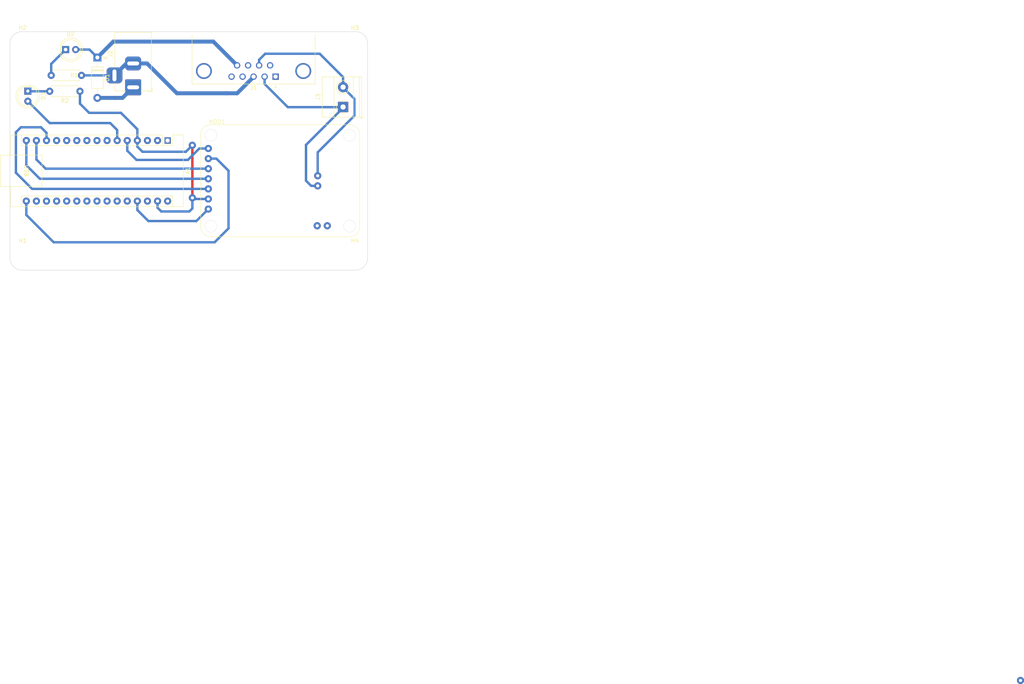
<source format=kicad_pcb>
(kicad_pcb (version 20240108) (generator "pcbnew") (generator_version "8.0")
  (layers (0 "F.Cu" signal) (31 "B.Cu" signal) (34 "B.Paste" user) (35 "F.Paste" user) (36 "B.SilkS" user "B.Silkscreen") (37 "F.SilkS" user "F.Silkscreen") (38 "B.Mask" user) (39 "F.Mask" user) (44 "Edge.Cuts" user))
  (net 0 "")
  (net 1 "GND")
  (net 2 "+5V")
  (net 3 "Net-(A1-D3)")
  (net 10 "Net-(A1-D11)")
  (net 16 "Net-(A1-D10)")
  (net 20 "Net-(A1-D13)")
  (net 28 "Net-(A1-D12)")
  (net 29 "/CAN_H")
  (net 30 "/CAN_L")
  (net 31 "24V-26V I{slash}P")
  (net 32 "Net-(D1-A)")
  (net 33 "Net-(D2-K)")
  (net 34 "Net-(D3-K)")
  (net 38 "GND1")
  (net 44 "Net-(A1-D2)")
  (footprint "Connector_BarrelJack:BarrelJack_Horizontal" (layer "F.Cu") (at 60.69988 47.76648 -90)
    (property "Reference" "J2" (at -8.45 5.75 90) (layer "F.SilkS"))
    (property "Value" "28V I/P SUPPLY")
    (fp_line (start -13.8 4.6) (end -13.8 -4.6) (stroke (width 0.12)) (layer "F.SilkS"))
    (fp_line (start -5 4.6) (end -13.8 4.6) (stroke (width 0.12)) (layer "F.SilkS"))
    (fp_line (start 0.9 4.6) (end -1 4.6) (stroke (width 0.12)) (layer "F.SilkS"))
    (fp_line (start 0.9 1.9) (end 0.9 4.6) (stroke (width 0.12)) (layer "F.SilkS"))
    (fp_line (start 1.1 -3.75) (end 1.1 -4.8) (stroke (width 0.12)) (layer "F.SilkS"))
    (fp_line (start -13.8 -4.6) (end 0.9 -4.6) (stroke (width 0.12)) (layer "F.SilkS"))
    (fp_line (start 0.9 -4.6) (end 0.9 -2) (stroke (width 0.12)) (layer "F.SilkS"))
    (fp_line (start 0.05 -4.8) (end 1.1 -4.8) (stroke (width 0.12)) (layer "F.SilkS"))
    (pad "1" thru_hole roundrect (at 0 0 270) (size 4 4) (drill oval 1 3) (layers "*.Cu" "*.Mask") (roundrect_rratio 0.0625) (net 32 "Net-(D1-A)"))
    (pad "2" thru_hole roundrect (at -6 0 270) (size 3.5 4) (drill oval 1 3) (layers "*.Cu" "*.Mask") (net 38 "GND1"))
    (pad "3" thru_hole roundrect (at -3 4.7 270) (size 4 4) (drill oval 3 1) (layers "*.Cu" "*.Mask") (net 38 "GND1"))
  )
  (footprint "Resistor_THT:R_Axial_DIN0207_L6.3mm_D2.5mm_P7.62mm_Horizontal" (layer "F.Cu") (at 47.31988 48.76648 180)
    (property "Reference" "R2" (at 3.81 -2.37 0) (layer "F.SilkS"))
    (property "Value" "220")
    (fp_line (start 7.08 1.37) (end 7.08 1.04) (stroke (width 0.12)) (layer "F.SilkS"))
    (fp_line (start 7.08 -1.37) (end 7.08 -1.04) (stroke (width 0.12)) (layer "F.SilkS"))
    (fp_line (start 0.54 1.37) (end 7.08 1.37) (stroke (width 0.12)) (layer "F.SilkS"))
    (fp_line (start 0.54 1.04) (end 0.54 1.37) (stroke (width 0.12)) (layer "F.SilkS"))
    (fp_line (start 0.54 -1.04) (end 0.54 -1.37) (stroke (width 0.12)) (layer "F.SilkS"))
    (fp_line (start 0.54 -1.37) (end 7.08 -1.37) (stroke (width 0.12)) (layer "F.SilkS"))
    (pad "1" thru_hole oval (at 0 0 180) (size 1.8 1.8) (drill 0.8) (layers "*.Cu" "*.Mask") (net 1 "GND"))
    (pad "2" thru_hole oval (at 7.62 0 180) (size 1.8 1.8) (drill 0.8) (layers "*.Cu" "*.Mask") (net 34 "Net-(D3-K)"))
  )
  (footprint "MountingHole:MountingHole_3.2mm_M3" (layer "F.Cu") (at 116.49988 36.96648)
    (property "Reference" "H3" (at 0 -4.2 0) (layer "F.SilkS"))
    (property "Value" "MountingHole")
    (pad "" np_thru_hole circle (at 0 0) (size 3.2 3.2) (drill 3.2) (layers "*.Cu" "*.Mask"))
  )
  (footprint "TerminalBlock_Phoenix:TerminalBlock_Phoenix_MKDS-1,5-2_1x02_P5.00mm_Horizontal" (layer "F.Cu") (at 113.52768 52.72148 90)
    (property "Reference" "J3" (at 2.5 -6.26 90) (layer "F.SilkS"))
    (property "Value" "Screw_Terminal_01x02")
    (fp_line (start 7.56 -5.261) (end 7.56 4.66) (stroke (width 0.12)) (layer "F.SilkS"))
    (fp_line (start -2.56 -5.261) (end 7.56 -5.261) (stroke (width 0.12)) (layer "F.SilkS"))
    (fp_line (start -2.56 -5.261) (end -2.56 4.66) (stroke (width 0.12)) (layer "F.SilkS"))
    (fp_line (start -2.56 -2.301) (end 7.56 -2.301) (stroke (width 0.12)) (layer "F.SilkS"))
    (fp_line (start 6.07 -1.275) (end 6.035 -1.239) (stroke (width 0.12)) (layer "F.SilkS"))
    (fp_line (start 6.275 -1.069) (end 6.228 -1.023) (stroke (width 0.12)) (layer "F.SilkS"))
    (fp_line (start 3.773 1.023) (end 3.726 1.069) (stroke (width 0.12)) (layer "F.SilkS"))
    (fp_line (start 3.966 1.239) (end 3.931 1.274) (stroke (width 0.12)) (layer "F.SilkS"))
    (fp_line (start -2.56 2.6) (end 7.56 2.6) (stroke (width 0.12)) (layer "F.SilkS"))
    (fp_line (start -2.56 4.1) (end 7.56 4.1) (stroke (width 0.12)) (layer "F.SilkS"))
    (fp_line (start -2.8 4.16) (end -2.8 4.9) (stroke (width 0.12)) (layer "F.SilkS"))
    (fp_line (start -2.56 4.66) (end 7.56 4.66) (stroke (width 0.12)) (layer "F.SilkS"))
    (fp_line (start -2.8 4.9) (end -2.3 4.9) (stroke (width 0.12)) (layer "F.SilkS"))
    (fp_arc (start -0.683042 -1.535427) (mid 0.000524 -1.680501) (end 0.684 -1.535) (stroke (width 0.12)) (layer "F.SilkS"))
    (fp_arc (start 1.535427 -0.683042) (mid 1.680501 0.000524) (end 1.535 0.684) (stroke (width 0.12)) (layer "F.SilkS"))
    (fp_arc (start -1.535427 0.683042) (mid -1.680501 -0.000524) (end -1.535 -0.684) (stroke (width 0.12)) (layer "F.SilkS"))
    (fp_arc (start 0.683318 1.534756) (mid 0.349292 1.643288) (end 0 1.68) (stroke (width 0.12)) (layer "F.SilkS"))
    (fp_arc (start 0.028805 1.680253) (mid -0.335551 1.646659) (end -0.684 1.535) (stroke (width 0.12)) (layer "F.SilkS"))
    (fp_circle (center 5 0) (end 6.68 0) (stroke (width 0.12)) (fill none) (layer "F.SilkS"))
    (pad "1" thru_hole rect (at 0 0 90) (size 2.6 2.6) (drill 1.3) (layers "*.Cu" "*.Mask") (net 30 "/CAN_L"))
    (pad "2" thru_hole circle (at 5 0 90) (size 2.6 2.6) (drill 1.3) (layers "*.Cu" "*.Mask") (net 29 "/CAN_H"))
  )
  (footprint "Module:Arduino_Nano" (layer "F.Cu") (at 69.37988 61.15648 -90)
    (property "Reference" "A1" (at 7.62 -5.08 90) (layer "F.SilkS"))
    (property "Value" "Arduino_Nano_v3.x")
    (fp_line (start 3.68 42.04) (end 3.68 31.62) (stroke (width 0.12)) (layer "F.SilkS"))
    (fp_line (start 11.56 42.04) (end 3.68 42.04) (stroke (width 0.12)) (layer "F.SilkS"))
    (fp_line (start -1.4 39.5) (end 3.68 39.5) (stroke (width 0.12)) (layer "F.SilkS"))
    (fp_line (start 16.64 39.5) (end 11.56 39.5) (stroke (width 0.12)) (layer "F.SilkS"))
    (fp_line (start 16.64 39.5) (end 16.64 -3.94) (stroke (width 0.12)) (layer "F.SilkS"))
    (fp_line (start 1.27 36.83) (end -1.4 36.83) (stroke (width 0.12)) (layer "F.SilkS"))
    (fp_line (start 13.97 36.83) (end 16.64 36.83) (stroke (width 0.12)) (layer "F.SilkS"))
    (fp_line (start 3.68 31.62) (end 11.56 31.62) (stroke (width 0.12)) (layer "F.SilkS"))
    (fp_line (start 11.56 31.62) (end 11.56 42.04) (stroke (width 0.12)) (layer "F.SilkS"))
    (fp_line (start -1.4 1.27) (end -1.4 39.5) (stroke (width 0.12)) (layer "F.SilkS"))
    (fp_line (start 1.27 1.27) (end 1.27 36.83) (stroke (width 0.12)) (layer "F.SilkS"))
    (fp_line (start 1.27 1.27) (end -1.4 1.27) (stroke (width 0.12)) (layer "F.SilkS"))
    (fp_line (start 1.27 1.27) (end 1.27 -1.27) (stroke (width 0.12)) (layer "F.SilkS"))
    (fp_line (start 1.27 -1.27) (end -1.4 -1.27) (stroke (width 0.12)) (layer "F.SilkS"))
    (fp_line (start 13.97 -1.27) (end 13.97 36.83) (stroke (width 0.12)) (layer "F.SilkS"))
    (fp_line (start 13.97 -1.27) (end 16.64 -1.27) (stroke (width 0.12)) (layer "F.SilkS"))
    (fp_line (start -1.4 -3.94) (end -1.4 -1.27) (stroke (width 0.12)) (layer "F.SilkS"))
    (fp_line (start 16.64 -3.94) (end -1.4 -3.94) (stroke (width 0.12)) (layer "F.SilkS"))
    (fp_text user "USB" (at 7.62 35.56 -90) (layer "F.SilkS"))
    (pad "1" thru_hole rect (at 0 0 270) (size 1.6 1.6) (drill 1) (layers "*.Cu" "*.Mask"))
    (pad "2" thru_hole oval (at 0 2.54 270) (size 1.8 1.8) (drill 0.8) (layers "*.Cu" "*.Mask"))
    (pad "3" thru_hole oval (at 0 5.08 270) (size 1.8 1.8) (drill 0.8) (layers "*.Cu" "*.Mask"))
    (pad "4" thru_hole oval (at 0 7.62 270) (size 1.8 1.8) (drill 0.8) (layers "*.Cu" "*.Mask") (net 1 "GND"))
    (pad "5" thru_hole oval (at 0 10.16 270) (size 1.8 1.8) (drill 0.8) (layers "*.Cu" "*.Mask") (net 44 "Net-(A1-D2)"))
    (pad "6" thru_hole oval (at 0 12.7 270) (size 1.8 1.8) (drill 0.8) (layers "*.Cu" "*.Mask") (net 3 "Net-(A1-D3)"))
    (pad "7" thru_hole oval (at 0 15.24 270) (size 1.8 1.8) (drill 0.8) (layers "*.Cu" "*.Mask"))
    (pad "8" thru_hole oval (at 0 17.78 270) (size 1.8 1.8) (drill 0.8) (layers "*.Cu" "*.Mask"))
    (pad "9" thru_hole oval (at 0 20.32 270) (size 1.8 1.8) (drill 0.8) (layers "*.Cu" "*.Mask"))
    (pad "10" thru_hole oval (at 0 22.86 270) (size 1.8 1.8) (drill 0.8) (layers "*.Cu" "*.Mask"))
    (pad "11" thru_hole oval (at 0 25.4 270) (size 1.8 1.8) (drill 0.8) (layers "*.Cu" "*.Mask"))
    (pad "12" thru_hole oval (at 0 27.94 270) (size 1.8 1.8) (drill 0.8) (layers "*.Cu" "*.Mask"))
    (pad "13" thru_hole oval (at 0 30.48 270) (size 1.8 1.8) (drill 0.8) (layers "*.Cu" "*.Mask") (net 16 "Net-(A1-D10)"))
    (pad "14" thru_hole oval (at 0 33.02 270) (size 1.8 1.8) (drill 0.8) (layers "*.Cu" "*.Mask") (net 10 "Net-(A1-D11)"))
    (pad "15" thru_hole oval (at 0 35.56 270) (size 1.8 1.8) (drill 0.8) (layers "*.Cu" "*.Mask") (net 28 "Net-(A1-D12)"))
    (pad "16" thru_hole oval (at 15.24 35.56 270) (size 1.8 1.8) (drill 0.8) (layers "*.Cu" "*.Mask") (net 20 "Net-(A1-D13)"))
    (pad "17" thru_hole oval (at 15.24 33.02 270) (size 1.8 1.8) (drill 0.8) (layers "*.Cu" "*.Mask"))
    (pad "18" thru_hole oval (at 15.24 30.48 270) (size 1.8 1.8) (drill 0.8) (layers "*.Cu" "*.Mask"))
    (pad "19" thru_hole oval (at 15.24 27.94 270) (size 1.8 1.8) (drill 0.8) (layers "*.Cu" "*.Mask"))
    (pad "20" thru_hole oval (at 15.24 25.4 270) (size 1.8 1.8) (drill 0.8) (layers "*.Cu" "*.Mask"))
    (pad "21" thru_hole oval (at 15.24 22.86 270) (size 1.8 1.8) (drill 0.8) (layers "*.Cu" "*.Mask"))
    (pad "22" thru_hole oval (at 15.24 20.32 270) (size 1.8 1.8) (drill 0.8) (layers "*.Cu" "*.Mask"))
    (pad "23" thru_hole oval (at 15.24 17.78 270) (size 1.8 1.8) (drill 0.8) (layers "*.Cu" "*.Mask"))
    (pad "24" thru_hole oval (at 15.24 15.24 270) (size 1.8 1.8) (drill 0.8) (layers "*.Cu" "*.Mask"))
    (pad "25" thru_hole oval (at 15.24 12.7 270) (size 1.8 1.8) (drill 0.8) (layers "*.Cu" "*.Mask"))
    (pad "26" thru_hole oval (at 15.24 10.16 270) (size 1.8 1.8) (drill 0.8) (layers "*.Cu" "*.Mask"))
    (pad "27" thru_hole oval (at 15.24 7.62 270) (size 1.8 1.8) (drill 0.8) (layers "*.Cu" "*.Mask") (net 2 "+5V"))
    (pad "28" thru_hole oval (at 15.24 5.08 270) (size 1.8 1.8) (drill 0.8) (layers "*.Cu" "*.Mask"))
    (pad "29" thru_hole oval (at 15.24 2.54 270) (size 1.8 1.8) (drill 0.8) (layers "*.Cu" "*.Mask") (net 1 "GND"))
    (pad "30" thru_hole oval (at 15.24 0 270) (size 1.8 1.8) (drill 0.8) (layers "*.Cu" "*.Mask"))
  )
  (footprint "MountingHole:MountingHole_3.2mm_M3" (layer "F.Cu") (at 32.89988 90.56648)
    (property "Reference" "H1" (at 0 -4.2 0) (layer "F.SilkS"))
    (property "Value" "MountingHole")
    (pad "" np_thru_hole circle (at 0 0) (size 3.2 3.2) (drill 3.2) (layers "*.Cu" "*.Mask"))
  )
  (footprint "KRATI_footprint_library:MCP2515 CAN MODULE" (layer "F.Cu") (at 97.39988 69.64648)
    (property "Reference" "MOD1" (at -15.63 -13.22 0) (layer "F.SilkS") (effects (font (thickness 0.1))))
    (property "Value" "MCP2515 CAN MODULE")
    (fp_line (start -19.7 13.22) (end -19.7 -9.98) (stroke (width 0.1)) (layer "F.SilkS"))
    (fp_line (start -17.2 -12.48) (end 17.8 -12.48) (stroke (width 0.1)) (layer "F.SilkS"))
    (fp_line (start 17.8 15.72) (end -17.2 15.72) (stroke (width 0.1)) (layer "F.SilkS"))
    (fp_line (start 20.3 -9.98) (end 20.3 13.22) (stroke (width 0.1)) (layer "F.SilkS"))
    (fp_arc (start -19.7 -9.98) (mid -18.967767 -11.747767) (end -17.2 -12.48) (stroke (width 0.1)) (layer "F.SilkS"))
    (fp_arc (start -17.2 15.72) (mid -18.967767 14.987767) (end -19.7 13.22) (stroke (width 0.1)) (layer "F.SilkS"))
    (fp_arc (start 17.8 -12.48) (mid 19.567767 -11.747767) (end 20.3 -9.98) (stroke (width 0.1)) (layer "F.SilkS"))
    (fp_arc (start 20.3 13.22) (mid 19.567767 14.987767) (end 17.8 15.72) (stroke (width 0.1)) (layer "F.SilkS"))
    (fp_circle (center -17.15 -9.83) (end -15.65 -9.83) (stroke (width 0.05)) (fill none) (layer "Edge.Cuts"))
    (fp_circle (center -17.15 13.07) (end -15.65 13.07) (stroke (width 0.05)) (fill none) (layer "Edge.Cuts"))
    (fp_circle (center 17.75 -9.83) (end 19.25 -9.83) (stroke (width 0.05)) (fill none) (layer "Edge.Cuts"))
    (fp_circle (center 17.75 13.07) (end 19.25 13.07) (stroke (width 0.05)) (fill none) (layer "Edge.Cuts"))
    (pad "1" thru_hole circle (at -17.78 -6.48 90) (size 1.8 1.8) (drill 0.8) (layers "*.Cu" "*.Mask") (net 44 "Net-(A1-D2)"))
    (pad "2" thru_hole circle (at -17.78 -3.94 90) (size 1.8 1.8) (drill 0.8) (layers "*.Cu" "*.Mask") (net 20 "Net-(A1-D13)"))
    (pad "3" thru_hole circle (at -17.78 -1.4 90) (size 1.8 1.8) (drill 0.8) (layers "*.Cu" "*.Mask") (net 10 "Net-(A1-D11)"))
    (pad "4" thru_hole circle (at -17.78 1.14 90) (size 1.8 1.8) (drill 0.8) (layers "*.Cu" "*.Mask") (net 28 "Net-(A1-D12)"))
    (pad "5" thru_hole circle (at -17.78 3.68 90) (size 1.8 1.8) (drill 0.8) (layers "*.Cu" "*.Mask") (net 16 "Net-(A1-D10)"))
    (pad "6" thru_hole circle (at -17.78 6.22 90) (size 1.8 1.8) (drill 0.8) (layers "*.Cu" "*.Mask") (net 1 "GND"))
    (pad "7" thru_hole circle (at -17.78 8.76 90) (size 1.8 1.8) (drill 0.8) (layers "*.Cu" "*.Mask") (net 2 "+5V"))
    (pad "8" thru_hole circle (at 9.74 0.38 90) (size 1.8 1.8) (drill 0.8) (layers "*.Cu" "*.Mask") (net 29 "/CAN_H"))
    (pad "9" thru_hole circle (at 9.74 2.92 90) (size 1.8 1.8) (drill 0.8) (layers "*.Cu" "*.Mask") (net 30 "/CAN_L"))
    (pad "10" thru_hole circle (at 9.62 12.96 90) (size 1.8 1.8) (drill 0.8) (layers "*.Cu" "*.Mask"))
    (pad "11" thru_hole circle (at 12.16 12.96 90) (size 1.8 1.8) (drill 0.8) (layers "*.Cu" "*.Mask"))
  )
  (footprint "MountingHole:MountingHole_3.2mm_M3" (layer "F.Cu") (at 32.89988 36.96648)
    (property "Reference" "H2" (at 0 -4.2 0) (layer "F.SilkS"))
    (property "Value" "MountingHole")
    (pad "" np_thru_hole circle (at 0 0) (size 3.2 3.2) (drill 3.2) (layers "*.Cu" "*.Mask"))
  )
  (footprint "Resistor_THT:R_Axial_DIN0207_L6.3mm_D2.5mm_P7.62mm_Horizontal" (layer "F.Cu") (at 47.69988 44.76648 180)
    (property "Reference" "R1" (at 1.81 0 0) (layer "F.SilkS"))
    (property "Value" "1.8K")
    (fp_line (start 7.08 1.37) (end 7.08 1.04) (stroke (width 0.12)) (layer "F.SilkS"))
    (fp_line (start 7.08 -1.37) (end 7.08 -1.04) (stroke (width 0.12)) (layer "F.SilkS"))
    (fp_line (start 0.54 1.37) (end 7.08 1.37) (stroke (width 0.12)) (layer "F.SilkS"))
    (fp_line (start 0.54 1.04) (end 0.54 1.37) (stroke (width 0.12)) (layer "F.SilkS"))
    (fp_line (start 0.54 -1.04) (end 0.54 -1.37) (stroke (width 0.12)) (layer "F.SilkS"))
    (fp_line (start 0.54 -1.37) (end 7.08 -1.37) (stroke (width 0.12)) (layer "F.SilkS"))
    (pad "1" thru_hole oval (at 0 0 180) (size 1.8 1.8) (drill 0.8) (layers "*.Cu" "*.Mask") (net 38 "GND1"))
    (pad "2" thru_hole oval (at 7.62 0 180) (size 1.8 1.8) (drill 0.8) (layers "*.Cu" "*.Mask") (net 33 "Net-(D2-K)"))
  )
  (footprint "Connector_Dsub:DSUB-9_Male_Horizontal_P2.77x2.84mm_EdgePinOffset7.70mm_Housed_MountingHolesOffset9.12mm" (layer "F.Cu") (at 96.5482 45.085 180)
    (property "Reference" "J1" (at 5.54 -2.8 180) (layer "F.SilkS"))
    (property "Value" "DE9_Plug_MountingHoles")
    (fp_line (start 21.025 -1.86) (end 21.025 10.48) (stroke (width 0.12)) (layer "F.SilkS"))
    (fp_line (start 0.25 -2.754338) (end 0 -2.321325) (stroke (width 0.12)) (layer "F.SilkS"))
    (fp_line (start 0 -2.321325) (end -0.25 -2.754338) (stroke (width 0.12)) (layer "F.SilkS"))
    (fp_line (start -0.25 -2.754338) (end 0.25 -2.754338) (stroke (width 0.12)) (layer "F.SilkS"))
    (fp_line (start -9.945 10.48) (end -9.945 -1.86) (stroke (width 0.12)) (layer "F.SilkS"))
    (fp_line (start -9.945 -1.86) (end 21.025 -1.86) (stroke (width 0.12)) (layer "F.SilkS"))
    (pad "0" thru_hole circle (at -6.96 1.42 180) (size 4 4) (drill 3.2) (layers "*.Cu" "*.Mask"))
    (pad "0" thru_hole circle (at 18.04 1.42 180) (size 4 4) (drill 3.2) (layers "*.Cu" "*.Mask"))
    (pad "1" thru_hole rect (at 0 0 180) (size 1.6 1.6) (drill 1) (layers "*.Cu" "*.Mask"))
    (pad "2" thru_hole circle (at 2.77 0 180) (size 1.6 1.6) (drill 1) (layers "*.Cu" "*.Mask") (net 30 "/CAN_L"))
    (pad "3" thru_hole circle (at 5.54 0 180) (size 1.6 1.6) (drill 1) (layers "*.Cu" "*.Mask") (net 38 "GND1"))
    (pad "4" thru_hole circle (at 8.31 0 180) (size 1.6 1.6) (drill 1) (layers "*.Cu" "*.Mask"))
    (pad "5" thru_hole circle (at 11.08 0 180) (size 1.6 1.6) (drill 1) (layers "*.Cu" "*.Mask"))
    (pad "6" thru_hole circle (at 1.385 2.84 180) (size 1.6 1.6) (drill 1) (layers "*.Cu" "*.Mask"))
    (pad "7" thru_hole circle (at 4.155 2.84 180) (size 1.6 1.6) (drill 1) (layers "*.Cu" "*.Mask") (net 29 "/CAN_H"))
    (pad "8" thru_hole circle (at 6.925 2.84 180) (size 1.6 1.6) (drill 1) (layers "*.Cu" "*.Mask"))
    (pad "9" thru_hole circle (at 9.695 2.84 180) (size 1.6 1.6) (drill 1) (layers "*.Cu" "*.Mask") (net 31 "24V-26V I{slash}P"))
  )
  (footprint "Diode_THT:D_DO-41_SOD81_P10.16mm_Horizontal" (layer "F.Cu") (at 51.69988 40.26648 -90)
    (property "Reference" "D1" (at 5.08 -2.47 90) (layer "F.SilkS"))
    (property "Value" "1N4007")
    (fp_line (start 2.36 1.47) (end 7.8 1.47) (stroke (width 0.12)) (layer "F.SilkS"))
    (fp_line (start 7.8 1.47) (end 7.8 -1.47) (stroke (width 0.12)) (layer "F.SilkS"))
    (fp_line (start 1.34 0) (end 2.36 0) (stroke (width 0.12)) (layer "F.SilkS"))
    (fp_line (start 8.82 0) (end 7.8 0) (stroke (width 0.12)) (layer "F.SilkS"))
    (fp_line (start 2.36 -1.47) (end 2.36 1.47) (stroke (width 0.12)) (layer "F.SilkS"))
    (fp_line (start 3.14 -1.47) (end 3.14 1.47) (stroke (width 0.12)) (layer "F.SilkS"))
    (fp_line (start 3.26 -1.47) (end 3.26 1.47) (stroke (width 0.12)) (layer "F.SilkS"))
    (fp_line (start 3.38 -1.47) (end 3.38 1.47) (stroke (width 0.12)) (layer "F.SilkS"))
    (fp_line (start 7.8 -1.47) (end 2.36 -1.47) (stroke (width 0.12)) (layer "F.SilkS"))
    (fp_text user "K" (at 0 -2.1 90) (layer "F.SilkS"))
    (pad "1" thru_hole rect (at 0 0 270) (size 2 2) (drill 1) (layers "*.Cu" "*.Mask") (net 31 "24V-26V I{slash}P"))
    (pad "2" thru_hole oval (at 10.16 0 270) (size 2 2) (drill 1) (layers "*.Cu" "*.Mask") (net 32 "Net-(D1-A)"))
  )
  (footprint "LED_THT:LED_D5.0mm" (layer "F.Cu") (at 43.69988 38.26648)
    (property "Reference" "D2" (at 1.27 -3.96 0) (layer "F.SilkS"))
    (property "Value" "5mm")
    (fp_line (start -1.29 -1.545) (end -1.29 1.545) (stroke (width 0.12)) (layer "F.SilkS"))
    (fp_arc (start -1.29 -1.54483) (mid 2.072002 -2.880433) (end 4.26 0.000462) (stroke (width 0.12)) (layer "F.SilkS"))
    (fp_arc (start 4.26 -0.000462) (mid 2.072002 2.880433) (end -1.29 1.54483) (stroke (width 0.12)) (layer "F.SilkS"))
    (fp_circle (center 1.27 0) (end 3.77 0) (stroke (width 0.12)) (fill none) (layer "F.SilkS"))
    (pad "1" thru_hole rect (at 0 0) (size 1.8 1.8) (drill 0.9) (layers "*.Cu" "*.Mask") (net 33 "Net-(D2-K)"))
    (pad "2" thru_hole circle (at 2.54 0) (size 1.8 1.8) (drill 0.9) (layers "*.Cu" "*.Mask") (net 31 "24V-26V I{slash}P"))
  )
  (footprint "MountingHole:MountingHole_3.2mm_M3" (layer "F.Cu") (at 116.49988 90.56648)
    (property "Reference" "H4" (at 0 -4.2 0) (layer "F.SilkS"))
    (property "Value" "MountingHole")
    (pad "" np_thru_hole circle (at 0 0) (size 3.2 3.2) (drill 3.2) (layers "*.Cu" "*.Mask"))
  )
  (footprint "LED_THT:LED_D5.0mm" (layer "F.Cu") (at 34.19988 48.72648 -90)
    (property "Reference" "D3" (at 1.27 -3.96 90) (layer "F.SilkS"))
    (property "Value" "5mm")
    (fp_line (start -1.29 -1.545) (end -1.29 1.545) (stroke (width 0.12)) (layer "F.SilkS"))
    (fp_arc (start 4.26 -0.000462) (mid 2.072002 2.880433) (end -1.29 1.54483) (stroke (width 0.12)) (layer "F.SilkS"))
    (fp_arc (start -1.29 -1.54483) (mid 2.072002 -2.880433) (end 4.26 0.000462) (stroke (width 0.12)) (layer "F.SilkS"))
    (fp_circle (center 1.27 0) (end 3.77 0) (stroke (width 0.12)) (fill none) (layer "F.SilkS"))
    (pad "1" thru_hole rect (at 0 0 270) (size 1.8 1.8) (drill 0.8) (layers "*.Cu" "*.Mask") (net 34 "Net-(D3-K)"))
    (pad "2" thru_hole circle (at 2.54 0 270) (size 1.8 1.8) (drill 0.8) (layers "*.Cu" "*.Mask") (net 3 "Net-(A1-D3)"))
  )
  (gr_line (start 116.69988 93.76648) (end 32.69988 93.76648) (stroke (width 0.1)) (layer "Edge.Cuts"))
  (gr_arc (start 116.69988 33.76648) (mid 118.8212 34.64516) (end 119.69988 36.76648) (stroke (width 0.1)) (layer "Edge.Cuts"))
  (gr_line (start 32.69988 33.76648) (end 116.69988 33.76648) (stroke (width 0.1)) (layer "Edge.Cuts"))
  (gr_line (start 119.69988 36.76648) (end 119.69988 90.76648) (stroke (width 0.1)) (layer "Edge.Cuts"))
  (gr_arc (start 29.69988 36.76648) (mid 30.57856 34.64516) (end 32.69988 33.76648) (stroke (width 0.1)) (layer "Edge.Cuts"))
  (gr_arc (start 119.69988 90.76648) (mid 118.8212 92.8878) (end 116.69988 93.76648) (stroke (width 0.1)) (layer "Edge.Cuts"))
  (gr_line (start 29.69988 90.76648) (end 29.69988 36.76648) (stroke (width 0.1)) (layer "Edge.Cuts"))
  (gr_arc (start 32.69988 93.76648) (mid 30.57856 92.8878) (end 29.69988 90.76648) (stroke (width 0.1)) (layer "Edge.Cuts"))
  (via (at 283.9974 197.0278) (size 1.8) (drill 0.8) (layers "F.Cu" "B.Cu") (net 0))
  (segment (start 75.60548 62.37208) (end 75.60548 75.58148) (width 0.6) (layer "F.Cu") (net 1))
  (segment (start 75.5904 62.357) (end 75.60548 62.37208) (width 0.6) (layer "F.Cu") (net 1))
  (via (at 75.60548 75.58148) (size 1.8) (drill 0.8) (layers "F.Cu" "B.Cu") (net 1))
  (via (at 75.5904 62.357) (size 1.8) (drill 0.8) (layers "F.Cu" "B.Cu") (net 1))
  (segment (start 74.84348 79.01048) (end 67.78228 79.01048) (width 0.6) (layer "B.Cu") (net 1))
  (segment (start 61.75988 62.69968) (end 61.75988 61.15648) (width 0.6) (layer "B.Cu") (net 1))
  (segment (start 67.78228 79.01048) (end 66.83988 78.06808) (width 0.6) (layer "B.Cu") (net 1))
  (segment (start 57.62808 54.19468) (end 49.62808 54.19468) (width 0.6) (layer "B.Cu") (net 1))
  (segment (start 75.60548 75.58148) (end 75.60548 78.24848) (width 0.6) (layer "B.Cu") (net 1))
  (segment (start 75.60548 78.24848) (end 74.84348 79.01048) (width 0.6) (layer "B.Cu") (net 1))
  (segment (start 66.83988 78.06808) (end 66.83988 76.39648) (width 0.6) (layer "B.Cu") (net 1))
  (segment (start 75.89048 75.86648) (end 79.61988 75.86648) (width 0.6) (layer "B.Cu") (net 1))
  (segment (start 75.5904 62.357) (end 73.9648 63.9826) (width 0.6) (layer "B.Cu") (net 1))
  (segment (start 49.62808 54.19468) (end 47.31988 51.88648) (width 0.6) (layer "B.Cu") (net 1))
  (segment (start 47.31988 51.88648) (end 47.31988 48.76648) (width 0.6) (layer "B.Cu") (net 1))
  (segment (start 75.60548 75.58148) (end 75.89048 75.86648) (width 0.6) (layer "B.Cu") (net 1))
  (segment (start 66.69988 76.25648) (end 66.83988 76.39648) (width 0.4) (layer "B.Cu") (net 1))
  (segment (start 61.75988 58.32648) (end 57.62808 54.19468) (width 0.6) (layer "B.Cu") (net 1))
  (segment (start 73.9648 63.9826) (end 63.0428 63.9826) (width 0.6) (layer "B.Cu") (net 1))
  (segment (start 61.75988 61.15648) (end 61.75988 58.32648) (width 0.6) (layer "B.Cu") (net 1))
  (segment (start 63.0428 63.9826) (end 61.75988 62.69968) (width 0.6) (layer "B.Cu") (net 1))
  (segment (start 76.60288 81.42348) (end 79.61988 78.40648) (width 0.6) (layer "B.Cu") (net 2))
  (segment (start 61.75988 78.65228) (end 64.53108 81.42348) (width 0.6) (layer "B.Cu") (net 2))
  (segment (start 64.53108 81.42348) (end 76.60288 81.42348) (width 0.6) (layer "B.Cu") (net 2))
  (segment (start 61.75988 76.39648) (end 61.75988 78.65228) (width 0.6) (layer "B.Cu") (net 2))
  (segment (start 56.67988 58.74648) (end 56.69988 58.72648) (width 0.4) (layer "B.Cu") (net 3))
  (segment (start 56.67988 61.15648) (end 56.67988 58.74648) (width 0.6) (layer "B.Cu") (net 3))
  (segment (start 39.69988 56.76648) (end 34.19988 51.26648) (width 0.6) (layer "B.Cu") (net 3))
  (segment (start 54.92828 56.76648) (end 39.69988 56.76648) (width 0.6) (layer "B.Cu") (net 3))
  (segment (start 56.69988 58.53808) (end 54.92828 56.76648) (width 0.6) (layer "B.Cu") (net 3))
  (segment (start 56.69988 58.72648) (end 56.69988 58.53808) (width 0.4) (layer "B.Cu") (net 3))
  (segment (start 38.67988 68.24648) (end 36.35988 65.92648) (width 0.6) (layer "B.Cu") (net 10))
  (segment (start 36.35988 65.92648) (end 36.35988 61.15648) (width 0.6) (layer "B.Cu") (net 10))
  (segment (start 79.61988 68.24648) (end 38.67988 68.24648) (width 0.6) (layer "B.Cu") (net 10))
  (segment (start 31.19988 69.26648) (end 35.25988 73.32648) (width 0.6) (layer "B.Cu") (net 16))
  (segment (start 32.45088 57.82688) (end 31.19988 59.07788) (width 0.6) (layer "B.Cu") (net 16))
  (segment (start 37.50548 57.82688) (end 32.45088 57.82688) (width 0.6) (layer "B.Cu") (net 16))
  (segment (start 35.25988 73.32648) (end 79.61988 73.32648) (width 0.6) (layer "B.Cu") (net 16))
  (segment (start 38.89988 61.15648) (end 38.89988 59.22128) (width 0.6) (layer "B.Cu") (net 16))
  (segment (start 31.19988 59.07788) (end 31.19988 69.26648) (width 0.6) (layer "B.Cu") (net 16))
  (segment (start 38.89988 59.22128) (end 37.50548 57.82688) (width 0.6) (layer "B.Cu") (net 16))
  (segment (start 40.69988 86.76648) (end 33.81988 79.88648) (width 0.6) (layer "B.Cu") (net 20))
  (segment (start 79.61988 65.70648) (end 81.63988 65.70648) (width 0.6) (layer "B.Cu") (net 20))
  (segment (start 81.63988 65.70648) (end 84.69988 68.76648) (width 0.6) (layer "B.Cu") (net 20))
  (segment (start 33.81988 79.88648) (end 33.81988 76.39648) (width 0.6) (layer "B.Cu") (net 20))
  (segment (start 84.69988 68.76648) (end 84.69988 83.26648) (width 0.6) (layer "B.Cu") (net 20))
  (segment (start 84.69988 83.26648) (end 81.19988 86.76648) (width 0.6) (layer "B.Cu") (net 20))
  (segment (start 81.19988 86.76648) (end 40.69988 86.76648) (width 0.6) (layer "B.Cu") (net 20))
  (segment (start 79.61428 70.78088) (end 79.61988 70.78648) (width 0.6) (layer "B.Cu") (net 28))
  (segment (start 33.81988 67.38648) (end 37.21428 70.78088) (width 0.6) (layer "B.Cu") (net 28))
  (segment (start 37.21428 70.78088) (end 79.61428 70.78088) (width 0.6) (layer "B.Cu") (net 28))
  (segment (start 33.81988 61.15648) (end 33.81988 67.38648) (width 0.6) (layer "B.Cu") (net 28))
  (segment (start 116.37248 50.66408) (end 116.37248 54.90588) (width 0.6) (layer "B.Cu") (net 29))
  (segment (start 93.9292 39.3192) (end 107.6452 39.3192) (width 0.6) (layer "B.Cu") (net 29))
  (segment (start 92.3932 42.245) (end 92.3932 40.8552) (width 0.6) (layer "B.Cu") (net 29))
  (segment (start 92.3932 40.8552) (end 93.9292 39.3192) (width 0.6) (layer "B.Cu") (net 29))
  (segment (start 116.37248 54.90588) (end 107.13988 64.13848) (width 0.6) (layer "B.Cu") (net 29))
  (segment (start 113.52768 47.81928) (end 116.37248 50.66408) (width 0.6) (layer "B.Cu") (net 29))
  (segment (start 107.6452 39.3192) (end 113.52768 45.20168) (width 0.6) (layer "B.Cu") (net 29))
  (segment (start 107.13988 64.13848) (end 107.13988 70.02648) (width 0.6) (layer "B.Cu") (net 29))
  (segment (start 113.52768 45.20168) (end 113.52768 47.81928) (width 0.6) (layer "B.Cu") (net 29))
  (segment (start 93.7782 46.9152) (end 99.62948 52.76648) (width 0.6) (layer "B.Cu") (net 30))
  (segment (start 104.19988 62.26648) (end 104.19988 71.26648) (width 0.6) (layer "B.Cu") (net 30))
  (segment (start 105.49988 72.56648) (end 107.13988 72.56648) (width 0.6) (layer "B.Cu") (net 30))
  (segment (start 104.19988 71.26648) (end 105.49988 72.56648) (width 0.6) (layer "B.Cu") (net 30))
  (segment (start 93.7782 45.085) (end 93.7782 46.9152) (width 0.6) (layer "B.Cu") (net 30))
  (segment (start 99.62948 52.76648) (end 113.48268 52.76648) (width 0.6) (layer "B.Cu") (net 30))
  (segment (start 113.48268 52.76648) (end 113.52768 52.72148) (width 0.6) (layer "B.Cu") (net 30))
  (segment (start 113.69988 52.76648) (end 104.19988 62.26648) (width 0.6) (layer "B.Cu") (net 30))
  (segment (start 48.40208 38.26648) (end 46.23988 38.26648) (width 0.6) (layer "B.Cu") (net 31))
  (segment (start 55.69988 36.26648) (end 51.69988 40.26648) (width 1) (layer "B.Cu") (net 31))
  (segment (start 86.8532 42.245) (end 80.87468 36.26648) (width 1) (layer "B.Cu") (net 31))
  (segment (start 51.69988 40.26648) (end 49.69988 38.26648) (width 0.6) (layer "B.Cu") (net 31))
  (segment (start 80.87468 36.26648) (end 55.69988 36.26648) (width 1) (layer "B.Cu") (net 31))
  (segment (start 49.69988 38.26648) (end 48.40208 38.26648) (width 0.6) (layer "B.Cu") (net 31))
  (segment (start 60.69988 47.76648) (end 59.19988 47.76648) (width 0.4) (layer "B.Cu") (net 32))
  (segment (start 56.19988 50.42648) (end 51.69988 50.42648) (width 1) (layer "B.Cu") (net 32))
  (segment (start 60.69988 47.76648) (end 58.03988 50.42648) (width 1) (layer "B.Cu") (net 32))
  (segment (start 58.03988 50.42648) (end 56.19988 50.42648) (width 1) (layer "B.Cu") (net 32))
  (segment (start 40.07988 44.76648) (end 40.07988 42.07648) (width 0.6) (layer "B.Cu") (net 33))
  (segment (start 40.07988 41.88648) (end 43.69988 38.26648) (width 0.6) (layer "B.Cu") (net 33))
  (segment (start 40.07988 42.07648) (end 40.07988 41.88648) (width 0.6) (layer "B.Cu") (net 33))
  (segment (start 39.69988 48.76648) (end 34.23988 48.76648) (width 0.6) (layer "B.Cu") (net 34))
  (segment (start 34.23988 48.76648) (end 34.19988 48.72648) (width 0.6) (layer "B.Cu") (net 34))
  (segment (start 58.99988 41.76648) (end 58.34988 42.41648) (width 1) (layer "B.Cu") (net 38))
  (segment (start 55.99988 44.76648) (end 58.34988 42.41648) (width 1) (layer "B.Cu") (net 38))
  (segment (start 84.19988 49.26648) (end 86.88488 49.26648) (width 1) (layer "B.Cu") (net 38))
  (segment (start 71.69988 49.26648) (end 64.19988 41.76648) (width 1) (layer "B.Cu") (net 38))
  (segment (start 86.88488 49.26648) (end 91.04488 45.10648) (width 1) (layer "B.Cu") (net 38))
  (segment (start 60.69988 41.76648) (end 58.99988 41.76648) (width 1) (layer "B.Cu") (net 38))
  (segment (start 64.19988 41.76648) (end 60.69988 41.76648) (width 1) (layer "B.Cu") (net 38))
  (segment (start 84.19988 49.26648) (end 71.69988 49.26648) (width 1) (layer "B.Cu") (net 38))
  (segment (start 47.69988 44.76648) (end 55.99988 44.76648) (width 0.6) (layer "B.Cu") (net 38))
  (segment (start 59.21988 61.15648) (end 59.21988 63.71568) (width 0.6) (layer "B.Cu") (net 44))
  (segment (start 61.5442 66.04) (end 74.4728 66.04) (width 0.6) (layer "B.Cu") (net 44))
  (segment (start 77.34632 63.16648) (end 79.61988 63.16648) (width 0.6) (layer "B.Cu") (net 44))
  (segment (start 59.21988 63.71568) (end 61.5442 66.04) (width 0.6) (layer "B.Cu") (net 44))
  (segment (start 74.4728 66.04) (end 77.34632 63.16648) (width 0.6) (layer "B.Cu") (net 44))
)
</source>
